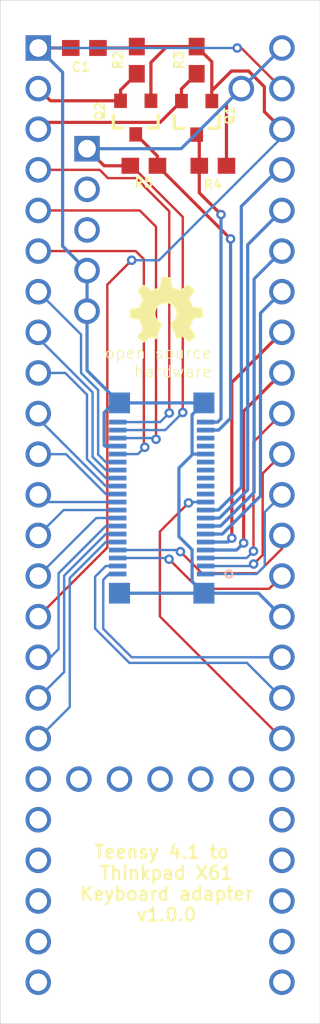
<source format=kicad_pcb>
(kicad_pcb (version 20211014) (generator pcbnew)
  (title_block (title "Thinkpad-Teensy-Keyboard") (rev "v1.0.0") (comment 4 "Author: Luke Marvin"))
  (layers (0 "F.Cu" signal "Front") (31 "B.Cu" signal "Back") (34 "B.Paste" user) (35 "F.Paste" user) (36 "B.SilkS" user "B.Silkscreen") (37 "F.SilkS" user "F.Silkscreen") (38 "B.Mask" user) (39 "F.Mask" user) (44 "Edge.Cuts" user))
  (net 0 "")
  (net 1 "+5V")
  (net 2 "GND")
  (net 5 "+3V3")
  (net 6 "Net-(Q2-Pad2)")
  (net 7 "Net-(J2-PadP$39)")
  (net 8 "Net-(U1-Pad45)")
  (net 18 "Net-(Q1-Pad2)")
  (net 31 "Net-(J2-PadP$37)")
  (net 35 "Net-(U1-Pad44)")
  (net 36 "Net-(U1-Pad43)")
  (net 37 "Net-(U1-Pad42)")
  (net 38 "Net-(U1-Pad41)")
  (net 39 "Net-(U1-Pad40)")
  (net 40 "Net-(U1-Pad39)")
  (net 41 "Net-(U1-Pad38)")
  (net 42 "Net-(U1-Pad4)")
  (net 43 "Net-(U1-Pad5)")
  (net 44 "Net-(U1-Pad6)")
  (net 45 "Net-(U1-Pad7)")
  (net 46 "Net-(U1-Pad8)")
  (net 47 "Net-(U1-Pad9)")
  (net 48 "Net-(U1-Pad10)")
  (net 49 "Net-(U1-Pad11)")
  (net 50 "Net-(U1-Pad12)")
  (net 51 "Net-(J2-PadP$18)")
  (net 52 "Net-(J2-PadP$16)")
  (net 53 "Net-(J2-PadP$14)")
  (net 54 "Net-(J2-PadP$12)")
  (net 55 "Net-(J2-PadP$10)")
  (net 56 "Net-(J2-PadP$1)")
  (net 57 "Net-(J2-PadP$8)")
  (net 58 "Net-(J2-PadP$6)")
  (net 59 "Net-(J2-PadP$2)")
  (net 60 "Net-(U1-Pad32)")
  (net 61 "Net-(J2-PadP$19)")
  (footprint "Library:SOT23-3" (layer "F.Cu") (at 122.280433 53.299466 180)
    (fp_text reference "Q1" (at -2.413 0.762 90) (layer "F.SilkS") (effects (font (size 0.57912 0.57912) (thickness 0.115824)) (justify right bottom)))
    (fp_text value "220mA/50V/3.5Ω" hide)
    (fp_line (start -1.4 -0.7) (end -1.4 0.1) (layer "F.SilkS") (width 0.2032))
    (fp_line (start 0.8 -0.7) (end 1.4 -0.7) (layer "F.SilkS") (width 0.2032))
    (fp_line (start 1.4 -0.7) (end 1.4 0.1) (layer "F.SilkS") (width 0.2032))
    (fp_line (start -0.8 -0.7) (end -1.4 -0.7) (layer "F.SilkS") (width 0.2032))
    (pad "1" smd rect (at -0.95 1 180) (size 0.8 0.9) (layers "F.Cu" "F.Paste" "F.Mask") (net 5 "+3V3"))
    (pad "2" smd rect (at 0.95 1 180) (size 0.8 0.9) (layers "F.Cu" "F.Paste" "F.Mask") (net 18 "Net-(Q1-Pad2)"))
    (pad "3" smd rect (at 0 -1.1 180) (size 0.8 0.9) (layers "F.Cu" "F.Paste" "F.Mask") (net 7 "Net-(J2-PadP$39)"))
  )
  (footprint "Library:0603" (layer "F.Cu") (at 115.256433 48.981466 180)
    (fp_text reference "C1" (at -0.42 -1.524) (layer "F.SilkS") (effects (font (size 0.57912 0.57912) (thickness 0.115824)) (justify right bottom)))
    (fp_text value "0.1uF" hide)
    (pad "1" smd rect (at -0.85 0 180) (size 1.1 1) (layers "F.Cu" "F.Paste" "F.Mask") (net 5 "+3V3"))
    (pad "2" smd rect (at 0.85 0 180) (size 1.1 1) (layers "F.Cu" "F.Paste" "F.Mask") (net 2 "GND"))
  )
  (footprint "Library:0603" (layer "F.Cu") (at 122.280433 49.743466 90)
    (fp_text reference "R3" (at -0.635 -0.762 90) (layer "F.SilkS") (effects (font (size 0.57912 0.57912) (thickness 0.115824)) (justify left bottom)))
    (fp_text value "10k" hide)
    (pad "1" smd rect (at -0.85 0 90) (size 1.1 1) (layers "F.Cu" "F.Paste" "F.Mask") (net 18 "Net-(Q1-Pad2)"))
    (pad "2" smd rect (at 0.85 0 90) (size 1.1 1) (layers "F.Cu" "F.Paste" "F.Mask") (net 5 "+3V3"))
  )
  (footprint "Library:SOT23-3" (layer "F.Cu") (at 118.470433 53.283466 180)
    (fp_text reference "Q2" (at 1.905 1 90) (layer "F.SilkS") (effects (font (size 0.57912 0.57912) (thickness 0.115824)) (justify right bottom)))
    (fp_text value "220mA/50V/3.5Ω" hide)
    (fp_line (start 0.8 -0.7) (end 1.4 -0.7) (layer "F.SilkS") (width 0.2032))
    (fp_line (start -1.4 -0.7) (end -1.4 0.1) (layer "F.SilkS") (width 0.2032))
    (fp_line (start -0.8 -0.7) (end -1.4 -0.7) (layer "F.SilkS") (width 0.2032))
    (fp_line (start 1.4 -0.7) (end 1.4 0.1) (layer "F.SilkS") (width 0.2032))
    (pad "1" smd rect (at -0.95 1 180) (size 0.8 0.9) (layers "F.Cu" "F.Paste" "F.Mask") (net 5 "+3V3"))
    (pad "2" smd rect (at 0.95 1 180) (size 0.8 0.9) (layers "F.Cu" "F.Paste" "F.Mask") (net 6 "Net-(Q2-Pad2)"))
    (pad "3" smd rect (at 0 -1.1 180) (size 0.8 0.9) (layers "F.Cu" "F.Paste" "F.Mask") (net 31 "Net-(J2-PadP$37)"))
  )
  (footprint "Library:0603" (layer "F.Cu") (at 118.978433 56.347466 180)
    (fp_text reference "R5" (at -0.635 -1.397) (layer "F.SilkS") (effects (font (size 0.57912 0.57912) (thickness 0.115824)) (justify right bottom)))
    (fp_text value "10k" hide)
    (pad "1" smd rect (at -0.85 0 180) (size 1.1 1) (layers "F.Cu" "F.Paste" "F.Mask") (net 31 "Net-(J2-PadP$37)"))
    (pad "2" smd rect (at 0.85 0 180) (size 1.1 1) (layers "F.Cu" "F.Paste" "F.Mask") (net 1 "+5V"))
  )
  (footprint "Library:0603" (layer "F.Cu") (at 123.296433 56.347466)
    (fp_text reference "R4" (at -0.635 1.524) (layer "F.SilkS") (effects (font (size 0.57912 0.57912) (thickness 0.115824)) (justify left bottom)))
    (fp_text value "10k" hide)
    (pad "1" smd rect (at -0.85 0) (size 1.1 1) (layers "F.Cu" "F.Paste" "F.Mask") (net 7 "Net-(J2-PadP$39)"))
    (pad "2" smd rect (at 0.85 0) (size 1.1 1) (layers "F.Cu" "F.Paste" "F.Mask") (net 1 "+5V"))
  )
  (footprint "teensy:Teensy41_ignore_ethernet_no_silk" (layer "F.Cu") (at 119.994433 78.191466 -90)
    (fp_text reference "U1" hide)
    (fp_text value "Teensy4.1" hide)
    (pad "1" thru_hole rect (at -29.21 7.62 270) (size 1.6 1.6) (drill 1.1) (layers *.Cu *.Mask) (net 2 "GND"))
    (pad "2" thru_hole circle (at -26.67 7.62 270) (size 1.6 1.6) (drill 1.1) (layers *.Cu *.Mask) (net 6 "Net-(Q2-Pad2)"))
    (pad "3" thru_hole circle (at -24.13 7.62 270) (size 1.6 1.6) (drill 1.1) (layers *.Cu *.Mask) (net 18 "Net-(Q1-Pad2)"))
    (pad "4" thru_hole circle (at -21.59 7.62 270) (size 1.6 1.6) (drill 1.1) (layers *.Cu *.Mask) (net 42 "Net-(U1-Pad4)"))
    (pad "5" thru_hole circle (at -19.05 7.62 270) (size 1.6 1.6) (drill 1.1) (layers *.Cu *.Mask) (net 43 "Net-(U1-Pad5)"))
    (pad "6" thru_hole circle (at -16.51 7.62 270) (size 1.6 1.6) (drill 1.1) (layers *.Cu *.Mask) (net 44 "Net-(U1-Pad6)"))
    (pad "7" thru_hole circle (at -13.97 7.62 270) (size 1.6 1.6) (drill 1.1) (layers *.Cu *.Mask) (net 45 "Net-(U1-Pad7)"))
    (pad "8" thru_hole circle (at -11.43 7.62 270) (size 1.6 1.6) (drill 1.1) (layers *.Cu *.Mask) (net 46 "Net-(U1-Pad8)"))
    (pad "9" thru_hole circle (at -8.89 7.62 270) (size 1.6 1.6) (drill 1.1) (layers *.Cu *.Mask) (net 47 "Net-(U1-Pad9)"))
    (pad "10" thru_hole circle (at -6.35 7.62 270) (size 1.6 1.6) (drill 1.1) (layers *.Cu *.Mask) (net 48 "Net-(U1-Pad10)"))
    (pad "11" thru_hole circle (at -3.81 7.62 270) (size 1.6 1.6) (drill 1.1) (layers *.Cu *.Mask) (net 49 "Net-(U1-Pad11)"))
    (pad "12" thru_hole circle (at -1.27 7.62 270) (size 1.6 1.6) (drill 1.1) (layers *.Cu *.Mask) (net 50 "Net-(U1-Pad12)"))
    (pad "13" thru_hole circle (at 1.27 7.62 270) (size 1.6 1.6) (drill 1.1) (layers *.Cu *.Mask) (net 51 "Net-(J2-PadP$18)"))
    (pad "14" thru_hole circle (at 3.81 7.62 270) (size 1.6 1.6) (drill 1.1) (layers *.Cu *.Mask) (net 52 "Net-(J2-PadP$16)"))
    (pad "15" thru_hole circle (at 6.35 7.62 270) (size 1.6 1.6) (drill 1.1) (layers *.Cu *.Mask) (net 5 "+3V3"))
    (pad "16" thru_hole circle (at 8.89 7.62 270) (size 1.6 1.6) (drill 1.1) (layers *.Cu *.Mask) (net 53 "Net-(J2-PadP$14)"))
    (pad "17" thru_hole circle (at 11.43 7.62 270) (size 1.6 1.6) (drill 1.1) (layers *.Cu *.Mask) (net 54 "Net-(J2-PadP$12)"))
    (pad "18" thru_hole circle (at 13.97 7.62 270) (size 1.6 1.6) (drill 1.1) (layers *.Cu *.Mask) (net 55 "Net-(J2-PadP$10)"))
    (pad "19" thru_hole circle (at 16.51 7.62 270) (size 1.6 1.6) (drill 1.1) (layers *.Cu *.Mask))
    (pad "20" thru_hole circle (at 19.05 7.62 270) (size 1.6 1.6) (drill 1.1) (layers *.Cu *.Mask))
    (pad "21" thru_hole circle (at 21.59 7.62 270) (size 1.6 1.6) (drill 1.1) (layers *.Cu *.Mask))
    (pad "22" thru_hole circle (at 24.13 7.62 270) (size 1.6 1.6) (drill 1.1) (layers *.Cu *.Mask))
    (pad "23" thru_hole circle (at 26.67 7.62 270) (size 1.6 1.6) (drill 1.1) (layers *.Cu *.Mask))
    (pad "24" thru_hole circle (at 29.21 7.62 270) (size 1.6 1.6) (drill 1.1) (layers *.Cu *.Mask))
    (pad "25" thru_hole circle (at 29.21 -7.62 270) (size 1.6 1.6) (drill 1.1) (layers *.Cu *.Mask))
    (pad "26" thru_hole circle (at 26.67 -7.62 270) (size 1.6 1.6) (drill 1.1) (layers *.Cu *.Mask))
    (pad "27" thru_hole circle (at 24.13 -7.62 270) (size 1.6 1.6) (drill 1.1) (layers *.Cu *.Mask))
    (pad "28" thru_hole circle (at 21.59 -7.62 270) (size 1.6 1.6) (drill 1.1) (layers *.Cu *.Mask))
    (pad "29" thru_hole circle (at 19.05 -7.62 270) (size 1.6 1.6) (drill 1.1) (layers *.Cu *.Mask))
    (pad "30" thru_hole circle (at 16.51 -7.62 270) (size 1.6 1.6) (drill 1.1) (layers *.Cu *.Mask))
    (pad "31" thru_hole circle (at 13.97 -7.62 270) (size 1.6 1.6) (drill 1.1) (layers *.Cu *.Mask) (net 61 "Net-(J2-PadP$19)"))
    (pad "32" thru_hole circle (at 11.43 -7.62 270) (size 1.6 1.6) (drill 1.1) (layers *.Cu *.Mask) (net 60 "Net-(U1-Pad32)"))
    (pad "33" thru_hole circle (at 8.89 -7.62 270) (size 1.6 1.6) (drill 1.1) (layers *.Cu *.Mask) (net 59 "Net-(J2-PadP$2)"))
    (pad "34" thru_hole circle (at 6.35 -7.62 270) (size 1.6 1.6) (drill 1.1) (layers *.Cu *.Mask) (net 2 "GND"))
    (pad "35" thru_hole circle (at 3.81 -7.62 270) (size 1.6 1.6) (drill 1.1) (layers *.Cu *.Mask) (net 58 "Net-(J2-PadP$6)"))
    (pad "36" thru_hole circle (at 1.27 -7.62 270) (size 1.6 1.6) (drill 1.1) (layers *.Cu *.Mask) (net 57 "Net-(J2-PadP$8)"))
    (pad "37" thru_hole circle (at -1.27 -7.62 270) (size 1.6 1.6) (drill 1.1) (layers *.Cu *.Mask) (net 56 "Net-(J2-PadP$1)"))
    (pad "38" thru_hole circle (at -3.81 -7.62 270) (size 1.6 1.6) (drill 1.1) (layers *.Cu *.Mask) (net 41 "Net-(U1-Pad38)"))
    (pad "39" thru_hole circle (at -6.35 -7.62 270) (size 1.6 1.6) (drill 1.1) (layers *.Cu *.Mask) (net 40 "Net-(U1-Pad39)"))
    (pad "40" thru_hole circle (at -8.89 -7.62 270) (size 1.6 1.6) (drill 1.1) (layers *.Cu *.Mask) (net 39 "Net-(U1-Pad40)"))
    (pad "41" thru_hole circle (at -11.43 -7.62 270) (size 1.6 1.6) (drill 1.1) (layers *.Cu *.Mask) (net 38 "Net-(U1-Pad41)"))
    (pad "42" thru_hole circle (at -13.97 -7.62 270) (size 1.6 1.6) (drill 1.1) (layers *.Cu *.Mask) (net 37 "Net-(U1-Pad42)"))
    (pad "43" thru_hole circle (at -16.51 -7.62 270) (size 1.6 1.6) (drill 1.1) (layers *.Cu *.Mask) (net 36 "Net-(U1-Pad43)"))
    (pad "44" thru_hole circle (at -19.05 -7.62 270) (size 1.6 1.6) (drill 1.1) (layers *.Cu *.Mask) (net 35 "Net-(U1-Pad44)"))
    (pad "45" thru_hole circle (at -21.59 -7.62 270) (size 1.6 1.6) (drill 1.1) (layers *.Cu *.Mask) (net 8 "Net-(U1-Pad45)"))
    (pad "46" thru_hole circle (at -24.13 -7.62 270) (size 1.6 1.6) (drill 1.1) (layers *.Cu *.Mask) (net 5 "+3V3"))
    (pad "47" thru_hole circle (at -26.67 -7.62 270) (size 1.6 1.6) (drill 1.1) (layers *.Cu *.Mask) (net 2 "GND"))
    (pad "48" thru_hole circle (at -29.21 -7.62 270) (size 1.6 1.6) (drill 1.1) (layers *.Cu *.Mask) (net 1 "+5V"))
    (pad "49" thru_hole circle (at -26.67 -5.08 270) (size 1.6 1.6) (drill 1.1) (layers *.Cu *.Mask) (net 1 "+5V"))
    (pad "50" thru_hole circle (at 16.51 5.08 270) (size 1.6 1.6) (drill 1.1) (layers *.Cu *.Mask))
    (pad "51" thru_hole circle (at 16.51 2.54 270) (size 1.6 1.6) (drill 1.1) (layers *.Cu *.Mask))
    (pad "52" thru_hole circle (at 16.51 0 270) (size 1.6 1.6) (drill 1.1) (layers *.Cu *.Mask))
    (pad "53" thru_hole circle (at 16.51 -2.54 270) (size 1.6 1.6) (drill 1.1) (layers *.Cu *.Mask))
    (pad "54" thru_hole circle (at 16.51 -5.08 270) (size 1.6 1.6) (drill 1.1) (layers *.Cu *.Mask))
    (pad "55" thru_hole rect (at -22.9108 4.5692 270) (size 1.6 1.6) (drill 1.1) (layers *.Cu *.Mask) (net 1 "+5V"))
    (pad "56" thru_hole circle (at -20.3708 4.5692 270) (size 1.6 1.6) (drill 1.1) (layers *.Cu *.Mask))
    (pad "57" thru_hole circle (at -17.8308 4.5692 270) (size 1.6 1.6) (drill 1.1) (layers *.Cu *.Mask))
    (pad "58" thru_hole circle (at -15.2908 4.5692 270) (size 1.6 1.6) (drill 1.1) (layers *.Cu *.Mask) (net 2 "GND"))
    (pad "59" thru_hole circle (at -12.7508 4.5692 270) (size 1.6 1.6) (drill 1.1) (layers *.Cu *.Mask) (net 2 "GND"))
  )
  (footprint "Library:OSHW_5MM" (layer "F.Cu") (at 120.362733 65.593066)
    (fp_text reference "GOLD_ORB_SM1" hide)
    (fp_text value "OSHWLOGOLOGO5MM" hide)
    (fp_text user "open source\n  hardware" (at 2.921 2.032) (layer "F.SilkS") (effects (font (size 0.7239 0.7239) (thickness 0.06096)) (justify right top)))
    (fp_poly (pts (xy -0.2413 0.6096) (xy -0.402488 0.522318) (xy -0.533213 0.393825) (xy -0.623257 0.234163) (xy -0.66558 0.055813) (xy -0.656875 -0.127282) (xy -0.597822 -0.300812) (xy -0.493036 -0.451211) (xy -0.35071 -0.566722) (xy 0 -0.6604) (xy 0.000001 -0.6604) (xy 0.17591 -0.633278) (xy 0.338433 -0.560714) (xy 0.476059 -0.447849) (xy 0.579036 -0.302676) (xy 0.640072 -0.135482) (xy 0.654841 0.041892) (xy 0.622298 0.216878) (xy 0.544748 0.377083) (xy 0.2794 0.6096) (xy 0.6731 1.6002) (xy 0.8255 1.5367) (xy 0.9779 1.4351) (xy 1.4859 1.7907) (xy 1.5875 1.7018) (xy 1.6764 1.6129) (xy 1.778 1.4986) (xy 1.8669 1.3843) (xy 1.4986 0.8509) (xy 1.5875 0.6985) (xy 1.6383 0.5461) (xy 1.6891 0.3429) (xy 2.3114 0.2286) (xy 2.3114 0.0508) (xy 2.3114 -0.0635) (xy 2.2987 -0.2032) (xy 2.286 -0.3302) (xy 1.6637 -0.4445) (xy 1.6129 -0.6096) (xy 1.5494 -0.7493) (xy 1.4605 -0.9017) (xy 1.4478 -0.9271) (xy 1.8034 -1.4224) (xy 1.7018 -1.5494) (xy 1.5748 -1.6764) (xy 1.4732 -1.7653) (xy 1.3843 -1.8288) (xy 0.8636 -1.4605) (xy 0.7493 -1.524) (xy 0.635 -1.5748) (xy 0.5207 -1.6256) (xy 0.4064 -1.651) (xy 0.2921 -2.2733) (xy 0.1397 -2.286) (xy -0.0381 -2.286) (xy -0.1524 -2.286) (xy -0.2794 -2.2733) (xy -0.381 -1.6637) (xy -0.5715 -1.6002) (xy -0.6985 -1.5494) (xy -0.8763 -1.4478) (xy -1.3843 -1.8161) (xy -1.4986 -1.7272) (xy -1.6256 -1.6002) (xy -1.7272 -1.4859) (xy -1.7907 -1.4224) (xy -1.4351 -0.9017) (xy -1.5113 -0.7747) (xy -1.5875 -0.6096) (xy -1.6256 -0.4699) (xy -1.6637 -0.381) (xy -2.286 -0.2794) (xy -2.286 0.2794) (xy -1.6637 0.381) (xy -1.6129 0.5588) (xy -1.5748 0.6858) (xy -1.524 0.7874) (xy -1.4351 0.9398) (xy -1.8034 1.4478) (xy -1.7018 1.5621) (xy -1.6129 1.651) (xy -1.4986 1.7526) (xy -1.4097 1.8288) (xy -0.889 1.4732) (xy -0.5969 1.6256)) (layer "F.SilkS") (width 0) (fill solid))
  )
  (footprint "Library:0603" (layer "F.Cu") (at 118.536433 49.743466 90)
    (fp_text reference "R2" (at -0.635 -0.828 90) (layer "F.SilkS") (effects (font (size 0.57912 0.57912) (thickness 0.115824)) (justify left bottom)))
    (fp_text value "10k" hide)
    (pad "1" smd rect (at -0.85 0 90) (size 1.1 1) (layers "F.Cu" "F.Paste" "F.Mask") (net 6 "Net-(Q2-Pad2)"))
    (pad "2" smd rect (at 0.85 0 90) (size 1.1 1) (layers "F.Cu" "F.Paste" "F.Mask") (net 5 "+3V3"))
  )
  (footprint "Library:WM6787CT-ND" (layer "B.Cu") (at 119.994433 77.175466 90)
    (fp_text reference "J2" hide)
    (fp_text value "WM6787CT-ND" hide)
    (fp_circle (center -4.7 4.3) (end -4.476394 4.3) (layer "B.SilkS") (width 0.127) (fill none))
    (pad "P$1" smd rect (at -4.7 2.85) (size 1.1 0.3) (layers "B.Cu" "B.Paste" "B.Mask") (net 56 "Net-(J2-PadP$1)"))
    (pad "P$2" smd rect (at -4.7 -2.65) (size 1.1 0.3) (layers "B.Cu" "B.Paste" "B.Mask") (net 59 "Net-(J2-PadP$2)"))
    (pad "P$3" smd rect (at -4.2 2.85) (size 1.1 0.3) (layers "B.Cu" "B.Paste" "B.Mask") (net 41 "Net-(U1-Pad38)"))
    (pad "P$4" smd rect (at -4.2 -2.65) (size 1.1 0.3) (layers "B.Cu" "B.Paste" "B.Mask") (net 60 "Net-(U1-Pad32)"))
    (pad "P$5" smd rect (at -3.7 2.85) (size 1.1 0.3) (layers "B.Cu" "B.Paste" "B.Mask") (net 40 "Net-(U1-Pad39)"))
    (pad "P$6" smd rect (at -3.7 -2.65) (size 1.1 0.3) (layers "B.Cu" "B.Paste" "B.Mask") (net 58 "Net-(J2-PadP$6)"))
    (pad "P$7" smd rect (at -3.2 2.85) (size 1.1 0.3) (layers "B.Cu" "B.Paste" "B.Mask") (net 39 "Net-(U1-Pad40)"))
    (pad "P$8" smd rect (at -3.2 -2.65) (size 1.1 0.3) (layers "B.Cu" "B.Paste" "B.Mask") (net 57 "Net-(J2-PadP$8)"))
    (pad "P$9" smd rect (at -2.7 2.85) (size 1.1 0.3) (layers "B.Cu" "B.Paste" "B.Mask") (net 38 "Net-(U1-Pad41)"))
    (pad "P$10" smd rect (at -2.7 -2.65) (size 1.1 0.3) (layers "B.Cu" "B.Paste" "B.Mask") (net 55 "Net-(J2-PadP$10)"))
    (pad "P$11" smd rect (at -2.2 2.85) (size 1.1 0.3) (layers "B.Cu" "B.Paste" "B.Mask") (net 37 "Net-(U1-Pad42)"))
    (pad "P$12" smd rect (at -2.2 -2.65) (size 1.1 0.3) (layers "B.Cu" "B.Paste" "B.Mask") (net 54 "Net-(J2-PadP$12)"))
    (pad "P$13" smd rect (at -1.7 2.85) (size 1.1 0.3) (layers "B.Cu" "B.Paste" "B.Mask") (net 36 "Net-(U1-Pad43)"))
    (pad "P$14" smd rect (at -1.7 -2.65) (size 1.1 0.3) (layers "B.Cu" "B.Paste" "B.Mask") (net 53 "Net-(J2-PadP$14)"))
    (pad "P$15" smd rect (at -1.2 2.85) (size 1.1 0.3) (layers "B.Cu" "B.Paste" "B.Mask") (net 35 "Net-(U1-Pad44)"))
    (pad "P$16" smd rect (at -1.2 -2.65) (size 1.1 0.3) (layers "B.Cu" "B.Paste" "B.Mask") (net 52 "Net-(J2-PadP$16)"))
    (pad "P$17" smd rect (at -0.7 2.85) (size 1.1 0.3) (layers "B.Cu" "B.Paste" "B.Mask") (net 8 "Net-(U1-Pad45)"))
    (pad "P$18" smd rect (at -0.7 -2.65) (size 1.1 0.3) (layers "B.Cu" "B.Paste" "B.Mask") (net 51 "Net-(J2-PadP$18)"))
    (pad "P$19" smd rect (at -0.2 2.85) (size 1.1 0.3) (layers "B.Cu" "B.Paste" "B.Mask") (net 61 "Net-(J2-PadP$19)"))
    (pad "P$20" smd rect (at -0.2 -2.65) (size 1.1 0.3) (layers "B.Cu" "B.Paste" "B.Mask") (net 50 "Net-(U1-Pad12)"))
    (pad "P$21" smd rect (at 0.3 2.85) (size 1.1 0.3) (layers "B.Cu" "B.Paste" "B.Mask"))
    (pad "P$22" smd rect (at 0.3 -2.65) (size 1.1 0.3) (layers "B.Cu" "B.Paste" "B.Mask") (net 49 "Net-(U1-Pad11)"))
    (pad "P$23" smd rect (at 0.8 2.85) (size 1.1 0.3) (layers "B.Cu" "B.Paste" "B.Mask"))
    (pad "P$24" smd rect (at 0.8 -2.65) (size 1.1 0.3) (layers "B.Cu" "B.Paste" "B.Mask") (net 48 "Net-(U1-Pad10)"))
    (pad "P$25" smd rect (at 1.3 2.85) (size 1.1 0.3) (layers "B.Cu" "B.Paste" "B.Mask"))
    (pad "P$26" smd rect (at 1.3 -2.65) (size 1.1 0.3) (layers "B.Cu" "B.Paste" "B.Mask") (net 47 "Net-(U1-Pad9)"))
    (pad "P$27" smd rect (at 1.8 2.85) (size 1.1 0.3) (layers "B.Cu" "B.Paste" "B.Mask"))
    (pad "P$28" smd rect (at 1.8 -2.65) (size 1.1 0.3) (layers "B.Cu" "B.Paste" "B.Mask") (net 46 "Net-(U1-Pad8)"))
    (pad "P$29" smd rect (at 2.3 2.85) (size 1.1 0.3) (layers "B.Cu" "B.Paste" "B.Mask"))
    (pad "P$30" smd rect (at 2.3 -2.65) (size 1.1 0.3) (layers "B.Cu" "B.Paste" "B.Mask") (net 45 "Net-(U1-Pad7)"))
    (pad "P$31" smd rect (at 2.8 2.85) (size 1.1 0.3) (layers "B.Cu" "B.Paste" "B.Mask") (net 2 "GND"))
    (pad "P$32" smd rect (at 2.8 -2.65) (size 1.1 0.3) (layers "B.Cu" "B.Paste" "B.Mask") (net 44 "Net-(U1-Pad6)"))
    (pad "P$33" smd rect (at 3.3 2.85) (size 1.1 0.3) (layers "B.Cu" "B.Paste" "B.Mask"))
    (pad "P$34" smd rect (at 3.3 -2.65) (size 1.1 0.3) (layers "B.Cu" "B.Paste" "B.Mask") (net 2 "GND"))
    (pad "P$35" smd rect (at 3.8 2.85) (size 1.1 0.3) (layers "B.Cu" "B.Paste" "B.Mask"))
    (pad "P$36" smd rect (at 3.8 -2.65) (size 1.1 0.3) (layers "B.Cu" "B.Paste" "B.Mask") (net 43 "Net-(U1-Pad5)"))
    (pad "P$37" smd rect (at 4.3 2.85) (size 1.1 0.3) (layers "B.Cu" "B.Paste" "B.Mask") (net 31 "Net-(J2-PadP$37)"))
    (pad "P$38" smd rect (at 4.3 -2.65) (size 1.1 0.3) (layers "B.Cu" "B.Paste" "B.Mask") (net 1 "+5V"))
    (pad "P$39" smd rect (at 4.8 2.85) (size 1.1 0.3) (layers "B.Cu" "B.Paste" "B.Mask") (net 7 "Net-(J2-PadP$39)"))
    (pad "P$40" smd rect (at 4.8 -2.65) (size 1.1 0.3) (layers "B.Cu" "B.Paste" "B.Mask") (net 42 "Net-(U1-Pad4)"))
    (pad "P$41" smd rect (at -5.9 2.74) (size 1.32 1.3) (layers "B.Cu" "B.Paste" "B.Mask") (net 2 "GND"))
    (pad "P$42" smd rect (at -5.9 -2.54) (size 1.32 1.3) (layers "B.Cu" "B.Paste" "B.Mask") (net 2 "GND"))
    (pad "P$43" smd rect (at 6 2.74 180) (size 1.32 1.3) (layers "B.Cu" "B.Paste" "B.Mask") (net 2 "GND"))
    (pad "P$44" smd rect (at 6 -2.54) (size 1.32 1.3) (layers "B.Cu" "B.Paste" "B.Mask") (net 2 "GND"))
  )
  (gr_line (start 130 110) (end 130 46) (layer "Edge.Cuts") (width 0.0381))
  (gr_line (start 110 110) (end 130 110) (layer "Edge.Cuts") (width 0.0381))
  (gr_line (start 110 46) (end 110 110) (layer "Edge.Cuts") (width 0.0381))
  (gr_line (start 130 46) (end 110 46) (layer "Edge.Cuts") (width 0.0381))
  (gr_text "Teensy 4.1 to \nThinkpad X61\nKeyboard adapter\nv1.0.0" (at 120.396 101.219) (layer "F.SilkS") (effects (font (size 0.8128 0.8128) (thickness 0.1524))))
  (segment (start 124.146433 56.347466) (end 124.146433 52.449466) (width 0.2) (layer "F.Cu") (net 1))
  (segment (start 117.708433 56.347466) (end 116.492033 56.347466) (width 0.2) (layer "F.Cu") (net 1))
  (segment (start 118.216433 56.347466) (end 118.128433 56.347466) (width 0.15) (layer "F.Cu") (net 1))
  (segment (start 121.412 59.543033) (end 118.216433 56.347466) (width 0.15) (layer "F.Cu") (net 1))
  (segment (start 124.146433 52.449466) (end 125.074433 51.521466) (width 0.2) (layer "F.Cu") (net 1))
  (segment (start 121.412 71.774966) (end 121.412 59.543033) (width 0.15) (layer "F.Cu") (net 1))
  (segment (start 116.492033 56.347466) (end 115.425233 55.280666) (width 0.2) (layer "F.Cu") (net 1))
  (via (at 121.412 71.774966) (size 0.6) (drill 0.3) (layers "F.Cu" "B.Cu") (net 1))
  (segment (start 120.3115 72.875466) (end 121.412 71.774966) (width 0.15) (layer "B.Cu") (net 1))
  (segment (start 115.425233 55.280666) (end 121.315233 55.280666) (width 0.2) (layer "B.Cu") (net 1))
  (segment (start 125.074433 51.521466) (end 127.614433 48.981466) (width 0.2) (layer "B.Cu") (net 1))
  (segment (start 117.344433 72.875466) (end 120.3115 72.875466) (width 0.15) (layer "B.Cu") (net 1))
  (segment (start 121.315233 55.280666) (end 125.074433 51.521466) (width 0.2) (layer "B.Cu") (net 1))
  (segment (start 114.406433 48.981466) (end 112.374433 48.981466) (width 0.2) (layer "F.Cu") (net 2))
  (segment (start 127.614433 51.521466) (end 125.074433 48.981466) (width 0.15) (layer "F.Cu") (net 2))
  (segment (start 125.074433 48.981466) (end 124.820433 48.981466) (width 0.15) (layer "F.Cu") (net 2))
  (via (at 124.820433 48.981466) (size 0.6) (drill 0.3) (layers "F.Cu" "B.Cu") (net 2))
  (segment (start 117.104433 71.175466) (end 117.454433 71.175466) (width 0.2) (layer "B.Cu") (net 2))
  (segment (start 121.994922 82.335955) (end 122.734433 83.075466) (width 0.2) (layer "B.Cu") (net 2))
  (segment (start 121.994922 80.360117) (end 121.994922 82.335955) (width 0.2) (layer "B.Cu") (net 2))
  (segment (start 116.494922 73.824977) (end 116.494922 71.784977) (width 0.2) (layer "B.Cu") (net 2))
  (segment (start 116.545411 73.875466) (end 116.494922 73.824977) (width 0.2) (layer "B.Cu") (net 2))
  (segment (start 121.172922 79.538117) (end 121.994922 80.360117) (width 0.2) (layer "B.Cu") (net 2))
  (segment (start 113.898433 50.505466) (end 113.898433 61.373866) (width 0.2) (layer "B.Cu") (net 2))
  (segment (start 122.734433 71.175466) (end 121.994922 71.914977) (width 0.2) (layer "B.Cu") (net 2))
  (segment (start 122.844433 74.375466) (end 122.045411 74.375466) (width 0.2) (layer "B.Cu") (net 2))
  (segment (start 116.494922 71.784977) (end 117.104433 71.175466) (width 0.2) (layer "B.Cu") (net 2))
  (segment (start 117.454433 83.075466) (end 122.734433 83.075466) (width 0.2) (layer "B.Cu") (net 2))
  (segment (start 122.734433 83.075466) (end 126.148433 83.075466) (width 0.2) (layer "B.Cu") (net 2))
  (segment (start 121.994922 71.914977) (end 121.994922 74.324977) (width 0.2) (layer "B.Cu") (net 2))
  (segment (start 113.898433 61.373866) (end 115.425233 62.900666) (width 0.2) (layer "B.Cu") (net 2))
  (segment (start 117.344433 73.875466) (end 116.545411 73.875466) (width 0.2) (layer "B.Cu") (net 2))
  (segment (start 112.374433 48.981466) (end 113.898433 50.505466) (width 0.2) (layer "B.Cu") (net 2))
  (segment (start 124.820433 48.981466) (end 112.374433 48.981466) (width 0.15) (layer "B.Cu") (net 2))
  (segment (start 115.425233 69.146266) (end 117.454433 71.175466) (width 0.2) (layer "B.Cu") (net 2))
  (segment (start 126.148433 83.075466) (end 127.614433 84.541466) (width 0.2) (layer "B.Cu") (net 2))
  (segment (start 115.425233 65.440666) (end 115.425233 62.900666) (width 0.2) (layer "B.Cu") (net 2))
  (segment (start 121.172922 75.247955) (end 121.172922 79.538117) (width 0.2) (layer "B.Cu") (net 2))
  (segment (start 115.425233 65.440666) (end 115.425233 69.146266) (width 0.2) (layer "B.Cu") (net 2))
  (segment (start 121.994922 74.324977) (end 122.045411 74.375466) (width 0.2) (layer "B.Cu") (net 2))
  (segment (start 122.045411 74.375466) (end 121.172922 75.247955) (width 0.2) (layer "B.Cu") (net 2))
  (segment (start 117.454433 71.175466) (end 122.734433 71.175466) (width 0.2) (layer "B.Cu") (net 2))
  (segment (start 125.529866 50.421955) (end 126.514922 51.407011) (width 0.2) (layer "F.Cu") (net 5))
  (segment (start 116.692433 80.223466) (end 116.692433 63.779966) (width 0.15) (layer "F.Cu") (net 5))
  (segment (start 124.457944 50.421955) (end 125.529866 50.421955) (width 0.2) (layer "F.Cu") (net 5))
  (segment (start 126.514922 51.407011) (end 126.514922 52.961955) (width 0.2) (layer "F.Cu") (net 5))
  (segment (start 126.514922 52.961955) (end 127.614433 54.061466) (width 0.2) (layer "F.Cu") (net 5))
  (segment (start 112.374433 84.541466) (end 116.692433 80.223466) (width 0.15) (layer "F.Cu") (net 5))
  (segment (start 123.230433 51.649466) (end 124.457944 50.421955) (width 0.2) (layer "F.Cu") (net 5))
  (segment (start 120.414433 48.893466) (end 122.280433 48.893466) (width 0.2) (layer "F.Cu") (net 5))
  (segment (start 118.536433 48.893466) (end 120.414433 48.893466) (width 0.2) (layer "F.Cu") (net 5))
  (segment (start 122.280433 48.893466) (end 123.230433 49.843466) (width 0.2) (layer "F.Cu") (net 5))
  (segment (start 119.420433 52.283466) (end 119.420433 49.887466) (width 0.2) (layer "F.Cu") (net 5))
  (segment (start 118.448433 48.981466) (end 118.536433 48.893466) (width 0.2) (layer "F.Cu") (net 5))
  (segment (start 123.230433 52.299466) (end 123.230433 51.649466) (width 0.2) (layer "F.Cu") (net 5))
  (segment (start 119.420433 49.887466) (end 120.414433 48.893466) (width 0.2) (layer "F.Cu") (net 5))
  (segment (start 123.230433 49.843466) (end 123.230433 52.299466) (width 0.2) (layer "F.Cu") (net 5))
  (segment (start 116.692433 63.779966) (end 118.216433 62.255966) (width 0.15) (layer "F.Cu") (net 5))
  (segment (start 116.106433 48.981466) (end 118.448433 48.981466) (width 0.2) (layer "F.Cu") (net 5))
  (via (at 118.216433 62.255966) (size 0.6) (drill 0.3) (layers "F.Cu" "B.Cu") (net 5))
  (segment (start 119.927933 62.255966) (end 127.614433 54.569466) (width 0.15) (layer "B.Cu") (net 5))
  (segment (start 127.614433 54.569466) (end 127.614433 54.061466) (width 0.15) (layer "B.Cu") (net 5))
  (segment (start 118.216433 62.255966) (end 119.927933 62.255966) (width 0.15) (layer "B.Cu") (net 5))
  (segment (start 117.520433 51.609466) (end 118.536433 50.593466) (width 0.2) (layer "F.Cu") (net 6))
  (segment (start 117.520433 52.283466) (end 117.520433 51.609466) (width 0.2) (layer "F.Cu") (net 6))
  (segment (start 117.520433 52.283466) (end 113.136433 52.283466) (width 0.2) (layer "F.Cu") (net 6))
  (segment (start 113.136433 52.283466) (end 112.374433 51.521466) (width 0.2) (layer "F.Cu") (net 6))
  (segment (start 122.446433 58.037466) (end 122.446433 56.347466) (width 0.2) (layer "F.Cu") (net 7))
  (segment (start 122.446433 54.565466) (end 122.280433 54.399466) (width 0.2) (layer "F.Cu") (net 7))
  (segment (start 123.804433 59.395466) (end 122.446433 58.037466) (width 0.2) (layer "F.Cu") (net 7))
  (segment (start 122.446433 56.347466) (end 122.446433 54.565466) (width 0.2) (layer "F.Cu") (net 7))
  (via (at 123.804433 59.395466) (size 0.6) (drill 0.3) (layers "F.Cu" "B.Cu") (net 7))
  (segment (start 122.844433 72.375466) (end 123.594433 72.375466) (width 0.2) (layer "B.Cu") (net 7))
  (segment (start 123.804433 72.165466) (end 123.804433 59.395466) (width 0.2) (layer "B.Cu") (net 7))
  (segment (start 123.594433 72.375466) (end 123.804433 72.165466) (width 0.2) (layer "B.Cu") (net 7))
  (segment (start 125.074433 58.887466) (end 127.360433 56.601466) (width 0.2) (layer "B.Cu") (net 8))
  (segment (start 122.844433 77.875466) (end 123.643455 77.875466) (width 0.2) (layer "B.Cu") (net 8))
  (segment (start 125.074433 76.444488) (end 125.074433 58.887466) (width 0.2) (layer "B.Cu") (net 8))
  (segment (start 123.643455 77.875466) (end 125.074433 76.444488) (width 0.2) (layer "B.Cu") (net 8))
  (segment (start 127.360433 56.601466) (end 127.614433 56.601466) (width 0.2) (layer "B.Cu") (net 8))
  (segment (start 119.995944 53.633955) (end 112.801944 53.633955) (width 0.2) (layer "F.Cu") (net 18))
  (segment (start 121.330433 52.299466) (end 121.330433 51.543466) (width 0.2) (layer "F.Cu") (net 18))
  (segment (start 121.330433 52.299466) (end 119.995944 53.633955) (width 0.2) (layer "F.Cu") (net 18))
  (segment (start 121.330433 51.543466) (end 122.280433 50.593466) (width 0.2) (layer "F.Cu") (net 18))
  (segment (start 112.801944 53.633955) (end 112.374433 54.061466) (width 0.2) (layer "F.Cu") (net 18))
  (segment (start 124.403933 60.919466) (end 124.400433 60.919466) (width 0.2) (layer "F.Cu") (net 31))
  (segment (start 119.828433 55.741466) (end 118.470433 54.383466) (width 0.2) (layer "F.Cu") (net 31))
  (segment (start 124.400433 60.919466) (end 119.828433 56.347466) (width 0.2) (layer "F.Cu") (net 31))
  (segment (start 119.828433 56.347466) (end 119.828433 55.741466) (width 0.2) (layer "F.Cu") (net 31))
  (via (at 124.403933 60.919466) (size 0.6) (drill 0.3) (layers "F.Cu" "B.Cu") (net 31))
  (segment (start 122.844433 72.875466) (end 123.659439 72.875466) (width 0.2) (layer "B.Cu") (net 31))
  (segment (start 123.659439 72.875466) (end 124.403933 72.130972) (width 0.2) (layer "B.Cu") (net 31))
  (segment (start 124.403933 72.130972) (end 124.403933 60.919466) (width 0.2) (layer "B.Cu") (net 31))
  (segment (start 125.473953 61.281946) (end 127.614433 59.141466) (width 0.2) (layer "B.Cu") (net 35))
  (segment (start 125.473953 76.609974) (end 125.473953 61.281946) (width 0.2) (layer "B.Cu") (net 35))
  (segment (start 123.708461 78.375466) (end 125.473953 76.609974) (width 0.2) (layer "B.Cu") (net 35))
  (segment (start 122.844433 78.375466) (end 123.708461 78.375466) (width 0.2) (layer "B.Cu") (net 35))
  (segment (start 125.873473 63.422426) (end 127.614433 61.681466) (width 0.2) (layer "B.Cu") (net 36))
  (segment (start 122.844433 78.875466) (end 123.773467 78.875466) (width 0.2) (layer "B.Cu") (net 36))
  (segment (start 123.773467 78.875466) (end 125.873473 76.77546) (width 0.2) (layer "B.Cu") (net 36))
  (segment (start 125.873473 76.77546) (end 125.873473 63.422426) (width 0.2) (layer "B.Cu") (net 36))
  (segment (start 126.272993 65.562906) (end 127.614433 64.221466) (width 0.2) (layer "B.Cu") (net 37))
  (segment (start 122.844433 79.375466) (end 123.890433 79.375466) (width 0.2) (layer "B.Cu") (net 37))
  (segment (start 126.272993 76.992906) (end 126.272993 65.562906) (width 0.2) (layer "B.Cu") (net 37))
  (segment (start 123.890433 79.375466) (end 126.272993 76.992906) (width 0.2) (layer "B.Cu") (net 37))
  (segment (start 124.482344 69.893555) (end 127.614433 66.761466) (width 0.2) (layer "F.Cu") (net 38))
  (segment (start 124.482344 79.631377) (end 124.482344 69.893555) (width 0.2) (layer "F.Cu") (net 38))
  (via (at 124.482344 79.631377) (size 0.6) (drill 0.3) (layers "F.Cu" "B.Cu") (net 38))
  (segment (start 124.238255 79.875466) (end 124.482344 79.631377) (width 0.2) (layer "B.Cu") (net 38))
  (segment (start 122.844433 79.875466) (end 124.238255 79.875466) (width 0.2) (layer "B.Cu") (net 38))
  (segment (start 125.220987 71.694912) (end 127.614433 69.301466) (width 0.2) (layer "F.Cu") (net 39))
  (segment (start 125.220987 79.937335) (end 125.220987 71.694912) (width 0.2) (layer "F.Cu") (net 39))
  (via (at 125.220987 79.937335) (size 0.6) (drill 0.3) (layers "F.Cu" "B.Cu") (net 39))
  (segment (start 122.844433 80.375466) (end 124.782856 80.375466) (width 0.2) (layer "B.Cu") (net 39))
  (segment (start 124.782856 80.375466) (end 125.220987 79.937335) (width 0.2) (layer "B.Cu") (net 39))
  (segment (start 125.836089 80.448073) (end 125.836089 73.61981) (width 0.15) (layer "F.Cu") (net 40))
  (segment (start 125.836089 73.61981) (end 127.614433 71.841466) (width 0.15) (layer "F.Cu") (net 40))
  (via (at 125.836089 80.448073) (size 0.6) (drill 0.3) (layers "F.Cu" "B.Cu") (net 40))
  (segment (start 125.408696 80.875466) (end 125.836089 80.448073) (width 0.15) (layer "B.Cu") (net 40))
  (segment (start 122.844433 80.875466) (end 125.408696 80.875466) (width 0.15) (layer "B.Cu") (net 40))
  (segment (start 125.842811 81.253818) (end 126.4106 80.686029) (width 0.15) (layer "F.Cu") (net 41))
  (segment (start 126.4106 80.686029) (end 126.4106 75.585299) (width 0.15) (layer "F.Cu") (net 41))
  (segment (start 126.4106 75.585299) (end 127.614433 74.381466) (width 0.15) (layer "F.Cu") (net 41))
  (via (at 125.842811 81.253818) (size 0.6) (drill 0.3) (layers "F.Cu" "B.Cu") (net 41))
  (segment (start 122.844433 81.375466) (end 125.721163 81.375466) (width 0.15) (layer "B.Cu") (net 41))
  (segment (start 125.721163 81.375466) (end 125.842811 81.253818) (width 0.15) (layer "B.Cu") (net 41))
  (segment (start 116.216382 56.601466) (end 112.374433 56.601466) (width 0.15) (layer "F.Cu") (net 42))
  (segment (start 120.567713 71.806786) (end 120.567713 59.193042) (width 0.15) (layer "F.Cu") (net 42))
  (segment (start 118.496648 57.121977) (end 116.736893 57.121977) (width 0.15) (layer "F.Cu") (net 42))
  (segment (start 120.567713 59.193042) (end 118.496648 57.121977) (width 0.15) (layer "F.Cu") (net 42))
  (segment (start 116.736893 57.121977) (end 116.216382 56.601466) (width 0.15) (layer "F.Cu") (net 42))
  (via (at 120.567713 71.806786) (size 0.6) (drill 0.3) (layers "F.Cu" "B.Cu") (net 42))
  (segment (start 119.999033 72.375466) (end 120.567713 71.806786) (width 0.15) (layer "B.Cu") (net 42))
  (segment (start 117.344433 72.375466) (end 119.999033 72.375466) (width 0.15) (layer "B.Cu") (net 42))
  (segment (start 118.724433 59.141466) (end 112.374433 59.141466) (width 0.15) (layer "F.Cu") (net 43))
  (segment (start 119.740433 73.449966) (end 119.740433 60.157466) (width 0.15) (layer "F.Cu") (net 43))
  (segment (start 119.740433 60.157466) (end 118.724433 59.141466) (width 0.15) (layer "F.Cu") (net 43))
  (via (at 119.740433 73.449966) (size 0.6) (drill 0.3) (layers "F.Cu" "B.Cu") (net 43))
  (segment (start 119.665933 73.375466) (end 119.740433 73.449966) (width 0.15) (layer "B.Cu") (net 43))
  (segment (start 117.344433 73.375466) (end 119.665933 73.375466) (width 0.15) (layer "B.Cu") (net 43))
  (segment (start 119.037352 73.949966) (end 118.978433 73.891047) (width 0.15) (layer "F.Cu") (net 44))
  (segment (start 118.978433 62.189466) (end 118.470433 61.681466) (width 0.15) (layer "F.Cu") (net 44))
  (segment (start 118.978433 73.891047) (end 118.978433 62.189466) (width 0.15) (layer "F.Cu") (net 44))
  (segment (start 118.470433 61.681466) (end 112.374433 61.681466) (width 0.15) (layer "F.Cu") (net 44))
  (via (at 119.037352 73.949966) (size 0.6) (drill 0.3) (layers "F.Cu" "B.Cu") (net 44))
  (segment (start 117.344433 74.375466) (end 118.611852 74.375466) (width 0.15) (layer "B.Cu") (net 44))
  (segment (start 118.611852 74.375466) (end 119.037352 73.949966) (width 0.15) (layer "B.Cu") (net 44))
  (segment (start 115.050713 66.897746) (end 112.374433 64.221466) (width 0.15) (layer "B.Cu") (net 45))
  (segment (start 116.595411 74.875466) (end 116.120402 74.400457) (width 0.15) (layer "B.Cu") (net 45))
  (segment (start 116.120402 74.400457) (end 116.120402 70.371086) (width 0.15) (layer "B.Cu") (net 45))
  (segment (start 115.050713 69.301397) (end 115.050713 66.897746) (width 0.15) (layer "B.Cu") (net 45))
  (segment (start 116.120402 70.371086) (end 115.050713 69.301397) (width 0.15) (layer "B.Cu") (net 45))
  (segment (start 117.344433 74.875466) (end 116.595411 74.875466) (width 0.15) (layer "B.Cu") (net 45))
  (segment (start 112.374433 66.761466) (end 112.374433 67.119413) (width 0.15) (layer "B.Cu") (net 46))
  (segment (start 115.770883 74.545234) (end 116.601115 75.375466) (width 0.15) (layer "B.Cu") (net 46))
  (segment (start 115.770882 70.515862) (end 115.770883 74.545234) (width 0.15) (layer "B.Cu") (net 46))
  (segment (start 112.374433 67.119413) (end 115.770882 70.515862) (width 0.15) (layer "B.Cu") (net 46))
  (segment (start 116.601115 75.375466) (end 117.344433 75.375466) (width 0.15) (layer "B.Cu") (net 46))
  (segment (start 114.06219 69.301466) (end 112.374433 69.301466) (width 0.15) (layer "B.Cu") (net 47))
  (segment (start 115.421363 74.690009) (end 115.421363 70.660639) (width 0.15) (layer "B.Cu") (net 47))
  (segment (start 117.344433 75.875466) (end 116.60682 75.875466) (width 0.15) (layer "B.Cu") (net 47))
  (segment (start 116.60682 75.875466) (end 115.421363 74.690009) (width 0.15) (layer "B.Cu") (net 47))
  (segment (start 115.421363 70.660639) (end 114.06219 69.301466) (width 0.15) (layer "B.Cu") (net 47))
  (segment (start 116.595411 76.375466) (end 117.344433 76.375466) (width 0.15) (layer "B.Cu") (net 48))
  (segment (start 112.374433 71.841466) (end 112.374433 72.154488) (width 0.15) (layer "B.Cu") (net 48))
  (segment (start 112.374433 72.154488) (end 116.595411 76.375466) (width 0.15) (layer "B.Cu") (net 48))
  (segment (start 114.107115 74.381466) (end 116.601115 76.875466) (width 0.15) (layer "B.Cu") (net 49))
  (segment (start 116.601115 76.875466) (end 117.344433 76.875466) (width 0.15) (layer "B.Cu") (net 49))
  (segment (start 112.374433 74.381466) (end 114.107115 74.381466) (width 0.15) (layer "B.Cu") (net 49))
  (segment (start 117.344433 77.375466) (end 112.828433 77.375466) (width 0.15) (layer "B.Cu") (net 50))
  (segment (start 112.828433 77.375466) (end 112.374433 76.921466) (width 0.15) (layer "B.Cu") (net 50))
  (segment (start 117.344433 77.875466) (end 113.960433 77.875466) (width 0.15) (layer "B.Cu") (net 51))
  (segment (start 113.960433 77.875466) (end 112.374433 79.461466) (width 0.15) (layer "B.Cu") (net 51))
  (segment (start 116.000433 78.375466) (end 112.374433 82.001466) (width 0.15) (layer "B.Cu") (net 52))
  (segment (start 117.344433 78.375466) (end 116.000433 78.375466) (width 0.15) (layer "B.Cu") (net 52))
  (segment (start 116.595411 78.875466) (end 113.644433 81.826444) (width 0.15) (layer "B.Cu") (net 53))
  (segment (start 117.344433 78.875466) (end 116.595411 78.875466) (width 0.15) (layer "B.Cu") (net 53))
  (segment (start 113.644433 86.573466) (end 113.136433 87.081466) (width 0.15) (layer "B.Cu") (net 53))
  (segment (start 113.644433 81.826444) (end 113.644433 86.573466) (width 0.15) (layer "B.Cu") (net 53))
  (segment (start 113.136433 87.081466) (end 112.374433 87.081466) (width 0.15) (layer "B.Cu") (net 53))
  (segment (start 113.993953 81.976924) (end 113.993953 88.001946) (width 0.15) (layer "B.Cu") (net 54))
  (segment (start 117.344433 79.375466) (end 116.595411 79.375466) (width 0.15) (layer "B.Cu") (net 54))
  (segment (start 113.993953 88.001946) (end 112.374433 89.621466) (width 0.15) (layer "B.Cu") (net 54))
  (segment (start 116.595411 79.375466) (end 113.993953 81.976924) (width 0.15) (layer "B.Cu") (net 54))
  (segment (start 117.344433 79.875466) (end 116.595411 79.875466) (width 0.15) (layer "B.Cu") (net 55))
  (segment (start 114.343473 82.127404) (end 114.343473 90.192426) (width 0.15) (layer "B.Cu") (net 55))
  (segment (start 114.343473 90.192426) (end 112.374433 92.161466) (width 0.15) (layer "B.Cu") (net 55))
  (segment (start 116.595411 79.875466) (end 114.343473 82.127404) (width 0.15) (layer "B.Cu") (net 55))
  (segment (start 126.539922 77.995977) (end 127.614433 76.921466) (width 0.15) (layer "B.Cu") (net 56))
  (segment (start 122.844433 81.875466) (end 126.033645 81.875466) (width 0.15) (layer "B.Cu") (net 56))
  (segment (start 126.539922 81.369189) (end 126.539922 77.995977) (width 0.15) (layer "B.Cu") (net 56))
  (segment (start 126.033645 81.875466) (end 126.539922 81.369189) (width 0.15) (layer "B.Cu") (net 56))
  (segment (start 126.080782 81.828329) (end 127.614433 80.294678) (width 0.15) (layer "F.Cu") (net 57))
  (segment (start 121.264433 80.477466) (end 122.615296 81.828329) (width 0.15) (layer "F.Cu") (net 57))
  (segment (start 127.614433 80.294678) (end 127.614433 79.461466) (width 0.15) (layer "F.Cu") (net 57))
  (segment (start 122.615296 81.828329) (end 126.080782 81.828329) (width 0.15) (layer "F.Cu") (net 57))
  (via (at 121.264433 80.477466) (size 0.6) (drill 0.3) (layers "F.Cu" "B.Cu") (net 57))
  (segment (start 121.162433 80.375466) (end 121.264433 80.477466) (width 0.15) (layer "B.Cu") (net 57))
  (segment (start 117.344433 80.375466) (end 121.162433 80.375466) (width 0.15) (layer "B.Cu") (net 57))
  (segment (start 120.556167 80.949966) (end 122.407666 82.801465) (width 0.15) (layer "F.Cu") (net 58))
  (segment (start 122.407666 82.801465) (end 126.814434 82.801465) (width 0.15) (layer "F.Cu") (net 58))
  (segment (start 126.814434 82.801465) (end 127.614433 82.001466) (width 0.15) (layer "F.Cu") (net 58))
  (via (at 120.556167 80.949966) (size 0.6) (drill 0.3) (layers "F.Cu" "B.Cu") (net 58))
  (segment (start 117.344433 80.875466) (end 120.481667 80.875466) (width 0.15) (layer "B.Cu") (net 58))
  (segment (start 120.481667 80.875466) (end 120.556167 80.949966) (width 0.15) (layer "B.Cu") (net 58))
  (segment (start 118.216433 87.081466) (end 127.614433 87.081466) (width 0.15) (layer "B.Cu") (net 59))
  (segment (start 116.795411 81.875466) (end 116.438433 82.232444) (width 0.15) (layer "B.Cu") (net 59))
  (segment (start 116.438433 85.303466) (end 118.216433 87.081466) (width 0.15) (layer "B.Cu") (net 59))
  (segment (start 116.438433 82.232444) (end 116.438433 85.303466) (width 0.15) (layer "B.Cu") (net 59))
  (segment (start 117.344433 81.875466) (end 116.795411 81.875466) (width 0.15) (layer "B.Cu") (net 59))
  (segment (start 115.930433 82.040444) (end 115.930433 85.289761) (width 0.15) (layer "B.Cu") (net 60))
  (segment (start 116.595411 81.375466) (end 115.930433 82.040444) (width 0.15) (layer "B.Cu") (net 60))
  (segment (start 115.930433 85.289761) (end 118.071657 87.430985) (width 0.15) (layer "B.Cu") (net 60))
  (segment (start 125.423952 87.430985) (end 127.614433 89.621466) (width 0.15) (layer "B.Cu") (net 60))
  (segment (start 117.344433 81.375466) (end 116.595411 81.375466) (width 0.15) (layer "B.Cu") (net 60))
  (segment (start 118.071657 87.430985) (end 125.423952 87.430985) (width 0.15) (layer "B.Cu") (net 60))
  (segment (start 121.772433 77.429466) (end 119.981656 79.220243) (width 0.15) (layer "F.Cu") (net 61))
  (segment (start 119.981656 79.220243) (end 119.981656 84.528689) (width 0.15) (layer "F.Cu") (net 61))
  (segment (start 119.981656 84.528689) (end 127.614433 92.161466) (width 0.15) (layer "F.Cu") (net 61))
  (via (at 121.772433 77.429466) (size 0.6) (drill 0.3) (layers "F.Cu" "B.Cu") (net 61))
  (segment (start 122.095411 77.375466) (end 122.844433 77.375466) (width 0.15) (layer "B.Cu") (net 61))
  (segment (start 121.772433 77.429466) (end 122.041411 77.429466) (width 0.15) (layer "B.Cu") (net 61))
  (segment (start 122.041411 77.429466) (end 122.095411 77.375466) (width 0.15) (layer "B.Cu") (net 61))
)
</source>
